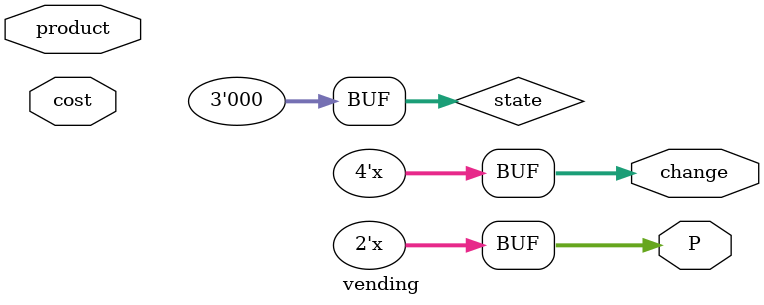
<source format=v>
module tb_vending;

reg [1:0]product;
reg [3:0]cost;
wire [3:0]change;
wire [1:0]P;


vending p(product,cost,change,P);

initial 
     begin 
             #10
             product=0;cost=5;
             #10
             $display("Product-- %3d  Change= %3d",P,change);
             product=1;cost=15;
             #10
             $display("Product-- %3d  Change= %3d",P,change);
             product=2;cost=25;
             #10
             $display("Product-- %3d  Change= %3d",P,change);
             product=3;cost=30;
             #10
             $display("Product-- %3d  Change= %3d",P,change);
             
         end

endmodule



module vending(product,cost,change,P);

input [1:0]product;
input [3:0]cost;

output reg [3:0]change;
output reg [1:0]P;
parameter s0=3'b000,s1=3'b001,s2=3'b010;
reg [2:0]state;


always@(*)
begin
     case(state)

     s0:begin
        if(product==0 || product==1 || product==2 || product==3)
        state<=s1;
        else
        state<=s0;
        end

     s1:begin
        
        if(product==0 && cost>=5)                                         //(cost==4'd5 || cost==4'd10))
        state<=s2;
        else if(product==1 && cost>=10)                                   //(cost==4'd10 || cost==2*4'd5))
        state<=s2;
        else if(product==2 && cost>=15)                                   //(cost==2*4'd5 || cost==(4'd10 + 4'd5)))
        state<=s2; 
        else if(product==3 && cost>=20)                                   //(cost==2*4'd10|| cost==4*4'd5 || cost==(2*4'd5 + 4'd10)))
        state<=s2;
        else
        begin
       // e<=1;
        state<=s1;
        end
        end
  
     s2:begin
        if(product==0)
        begin
        change=cost-5;
        P=0;
        end
        else if(product==1)
        begin
        change=cost-10;
        P=1;
        end
        else if(product==2)
        begin
        change=cost-15;
        P=2;
        end
        else if(product==3)
        begin
        change=cost-20;
        P=3;
        end
        else
        state<=s0;
        end

      default:state<=s0;
      endcase 
   
end
endmodule

</source>
